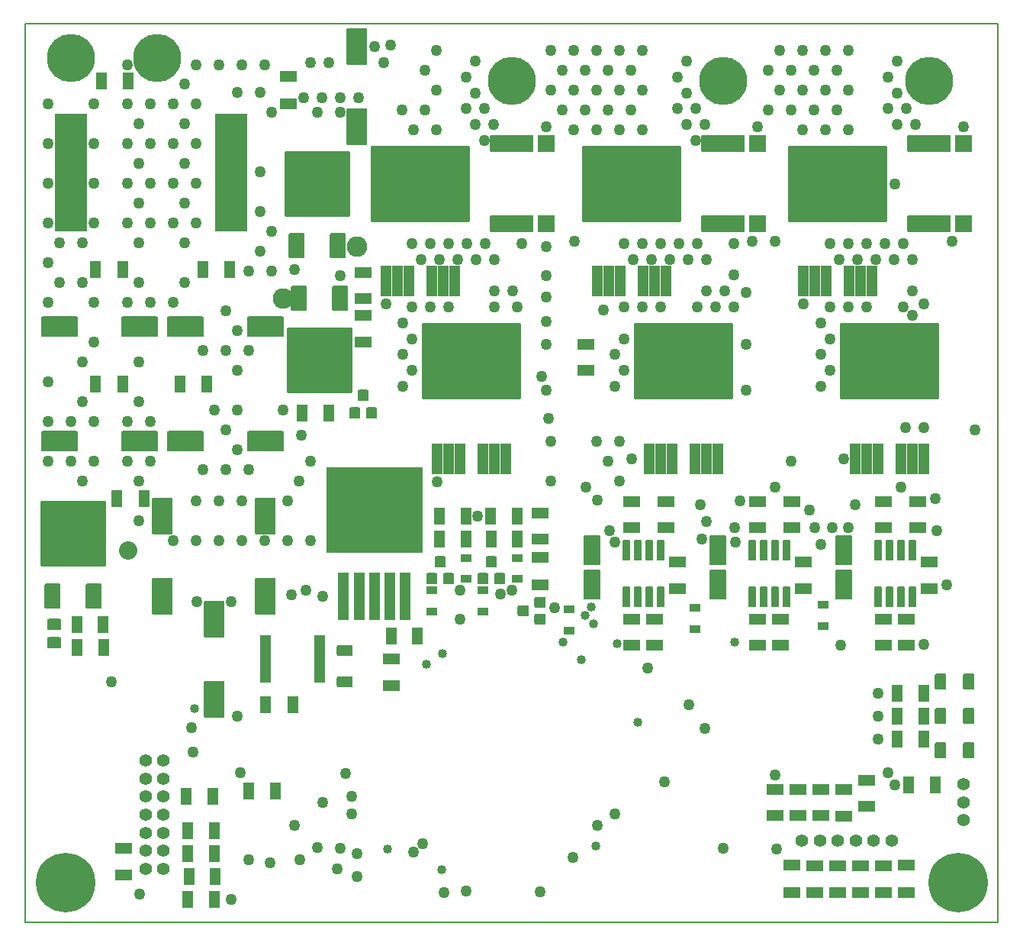
<source format=gbr>
G04 PROTEUS GERBER X2 FILE*
%TF.GenerationSoftware,Labcenter,Proteus,8.7-SP3-Build25561*%
%TF.CreationDate,2021-06-13T19:25:45+00:00*%
%TF.FileFunction,Soldermask,Top*%
%TF.FilePolarity,Negative*%
%TF.Part,Single*%
%TF.SameCoordinates,{9c7b3d0d-a21c-4509-bc3d-39c11cb24c33}*%
%FSLAX45Y45*%
%MOMM*%
G01*
%TA.AperFunction,Material*%
%ADD68C,2.286000*%
%ADD69C,1.270000*%
%ADD74C,1.016000*%
%ADD75C,2.032000*%
%ADD76C,6.604000*%
%AMPPAD067*
4,1,36,
-0.457200,1.727200,
0.457200,1.727200,
0.483170,1.724670,
0.507180,1.717400,
0.528780,1.705850,
0.547490,1.690490,
0.562850,1.671770,
0.574400,1.650180,
0.581670,1.626170,
0.584200,1.600200,
0.584200,-1.600200,
0.581670,-1.626170,
0.574400,-1.650180,
0.562850,-1.671770,
0.547490,-1.690490,
0.528780,-1.705850,
0.507180,-1.717400,
0.483170,-1.724670,
0.457200,-1.727200,
-0.457200,-1.727200,
-0.483170,-1.724670,
-0.507180,-1.717400,
-0.528780,-1.705850,
-0.547490,-1.690490,
-0.562850,-1.671770,
-0.574400,-1.650180,
-0.581670,-1.626170,
-0.584200,-1.600200,
-0.584200,1.600200,
-0.581670,1.626170,
-0.574400,1.650180,
-0.562850,1.671770,
-0.547490,1.690490,
-0.528780,1.705850,
-0.507180,1.717400,
-0.483170,1.724670,
-0.457200,1.727200,
0*%
%TA.AperFunction,Material*%
%ADD77PPAD067*%
%AMPPAD068*
4,1,36,
-5.397500,4.203700,
5.397500,4.203700,
5.423470,4.201170,
5.447480,4.193900,
5.469080,4.182350,
5.487790,4.166990,
5.503150,4.148270,
5.514700,4.126680,
5.521970,4.102670,
5.524500,4.076700,
5.524500,-4.076700,
5.521970,-4.102670,
5.514700,-4.126680,
5.503150,-4.148270,
5.487790,-4.166990,
5.469080,-4.182350,
5.447480,-4.193900,
5.423470,-4.201170,
5.397500,-4.203700,
-5.397500,-4.203700,
-5.423470,-4.201170,
-5.447480,-4.193900,
-5.469080,-4.182350,
-5.487790,-4.166990,
-5.503150,-4.148270,
-5.514700,-4.126680,
-5.521970,-4.102670,
-5.524500,-4.076700,
-5.524500,4.076700,
-5.521970,4.102670,
-5.514700,4.126680,
-5.503150,4.148270,
-5.487790,4.166990,
-5.469080,4.182350,
-5.447480,4.193900,
-5.423470,4.201170,
-5.397500,4.203700,
0*%
%ADD78PPAD068*%
%AMPPAD069*
4,1,36,
2.413000,0.825500,
2.413000,-0.825500,
2.410470,-0.851470,
2.403200,-0.875480,
2.391650,-0.897080,
2.376290,-0.915790,
2.357570,-0.931150,
2.335980,-0.942700,
2.311970,-0.949970,
2.286000,-0.952500,
-2.286000,-0.952500,
-2.311970,-0.949970,
-2.335980,-0.942700,
-2.357570,-0.931150,
-2.376290,-0.915790,
-2.391650,-0.897080,
-2.403200,-0.875480,
-2.410470,-0.851470,
-2.413000,-0.825500,
-2.413000,0.825500,
-2.410470,0.851470,
-2.403200,0.875480,
-2.391650,0.897080,
-2.376290,0.915790,
-2.357570,0.931150,
-2.335980,0.942700,
-2.311970,0.949970,
-2.286000,0.952500,
2.286000,0.952500,
2.311970,0.949970,
2.335980,0.942700,
2.357570,0.931150,
2.376290,0.915790,
2.391650,0.897080,
2.403200,0.875480,
2.410470,0.851470,
2.413000,0.825500,
0*%
%TA.AperFunction,Material*%
%ADD79PPAD069*%
%AMPPAD070*
4,1,36,
0.952500,0.825500,
0.952500,-0.825500,
0.949970,-0.851470,
0.942700,-0.875480,
0.931150,-0.897080,
0.915790,-0.915790,
0.897070,-0.931150,
0.875480,-0.942700,
0.851470,-0.949970,
0.825500,-0.952500,
-0.825500,-0.952500,
-0.851470,-0.949970,
-0.875480,-0.942700,
-0.897070,-0.931150,
-0.915790,-0.915790,
-0.931150,-0.897080,
-0.942700,-0.875480,
-0.949970,-0.851470,
-0.952500,-0.825500,
-0.952500,0.825500,
-0.949970,0.851470,
-0.942700,0.875480,
-0.931150,0.897080,
-0.915790,0.915790,
-0.897070,0.931150,
-0.875480,0.942700,
-0.851470,0.949970,
-0.825500,0.952500,
0.825500,0.952500,
0.851470,0.949970,
0.875480,0.942700,
0.897070,0.931150,
0.915790,0.915790,
0.931150,0.897080,
0.942700,0.875480,
0.949970,0.851470,
0.952500,0.825500,
0*%
%ADD80PPAD070*%
%TA.AperFunction,Material*%
%ADD81C,5.334000*%
%AMPPAD072*
4,1,36,
3.492500,-3.619500,
-3.492500,-3.619500,
-3.518470,-3.616970,
-3.542480,-3.609700,
-3.564080,-3.598150,
-3.582790,-3.582790,
-3.598150,-3.564070,
-3.609700,-3.542480,
-3.616970,-3.518470,
-3.619500,-3.492500,
-3.619500,3.492500,
-3.616970,3.518470,
-3.609700,3.542480,
-3.598150,3.564070,
-3.582790,3.582790,
-3.564080,3.598150,
-3.542480,3.609700,
-3.518470,3.616970,
-3.492500,3.619500,
3.492500,3.619500,
3.518470,3.616970,
3.542480,3.609700,
3.564080,3.598150,
3.582790,3.582790,
3.598150,3.564070,
3.609700,3.542480,
3.616970,3.518470,
3.619500,3.492500,
3.619500,-3.492500,
3.616970,-3.518470,
3.609700,-3.542480,
3.598150,-3.564070,
3.582790,-3.582790,
3.564080,-3.598150,
3.542480,-3.609700,
3.518470,-3.616970,
3.492500,-3.619500,
0*%
%TA.AperFunction,Material*%
%ADD82PPAD072*%
%AMPPAD073*
4,1,36,
0.762000,-1.397000,
-0.762000,-1.397000,
-0.787970,-1.394470,
-0.811980,-1.387200,
-0.833580,-1.375650,
-0.852290,-1.360290,
-0.867650,-1.341570,
-0.879200,-1.319980,
-0.886470,-1.295970,
-0.889000,-1.270000,
-0.889000,1.270000,
-0.886470,1.295970,
-0.879200,1.319980,
-0.867650,1.341570,
-0.852290,1.360290,
-0.833580,1.375650,
-0.811980,1.387200,
-0.787970,1.394470,
-0.762000,1.397000,
0.762000,1.397000,
0.787970,1.394470,
0.811980,1.387200,
0.833580,1.375650,
0.852290,1.360290,
0.867650,1.341570,
0.879200,1.319980,
0.886470,1.295970,
0.889000,1.270000,
0.889000,-1.270000,
0.886470,-1.295970,
0.879200,-1.319980,
0.867650,-1.341570,
0.852290,-1.360290,
0.833580,-1.375650,
0.811980,-1.387200,
0.787970,-1.394470,
0.762000,-1.397000,
0*%
%ADD83PPAD073*%
%AMPPAD074*
4,1,36,
-2.032000,-1.016000,
-2.032000,1.016000,
-2.029470,1.041970,
-2.022200,1.065980,
-2.010650,1.087580,
-1.995290,1.106290,
-1.976570,1.121650,
-1.954980,1.133200,
-1.930970,1.140470,
-1.905000,1.143000,
1.905000,1.143000,
1.930970,1.140470,
1.954980,1.133200,
1.976570,1.121650,
1.995290,1.106290,
2.010650,1.087580,
2.022200,1.065980,
2.029470,1.041970,
2.032000,1.016000,
2.032000,-1.016000,
2.029470,-1.041970,
2.022200,-1.065980,
2.010650,-1.087580,
1.995290,-1.106290,
1.976570,-1.121650,
1.954980,-1.133200,
1.930970,-1.140470,
1.905000,-1.143000,
-1.905000,-1.143000,
-1.930970,-1.140470,
-1.954980,-1.133200,
-1.976570,-1.121650,
-1.995290,-1.106290,
-2.010650,-1.087580,
-2.022200,-1.065980,
-2.029470,-1.041970,
-2.032000,-1.016000,
0*%
%TA.AperFunction,Material*%
%ADD84PPAD074*%
%AMPPAD075*
4,1,36,
-0.762000,-0.508000,
-0.762000,0.508000,
-0.759470,0.533970,
-0.752200,0.557980,
-0.740650,0.579580,
-0.725290,0.598290,
-0.706570,0.613650,
-0.684980,0.625200,
-0.660970,0.632470,
-0.635000,0.635000,
0.635000,0.635000,
0.660970,0.632470,
0.684980,0.625200,
0.706570,0.613650,
0.725290,0.598290,
0.740650,0.579580,
0.752200,0.557980,
0.759470,0.533970,
0.762000,0.508000,
0.762000,-0.508000,
0.759470,-0.533970,
0.752200,-0.557980,
0.740650,-0.579580,
0.725290,-0.598290,
0.706570,-0.613650,
0.684980,-0.625200,
0.660970,-0.632470,
0.635000,-0.635000,
-0.635000,-0.635000,
-0.660970,-0.632470,
-0.684980,-0.625200,
-0.706570,-0.613650,
-0.725290,-0.598290,
-0.740650,-0.579580,
-0.752200,-0.557980,
-0.759470,-0.533970,
-0.762000,-0.508000,
0*%
%ADD85PPAD075*%
%AMPPAD076*
4,1,4,
-0.571500,0.901700,
0.571500,0.901700,
0.571500,-0.901700,
-0.571500,-0.901700,
-0.571500,0.901700,
0*%
%ADD86PPAD076*%
%AMPPAD077*
4,1,36,
1.016000,-2.032000,
-1.016000,-2.032000,
-1.041970,-2.029470,
-1.065980,-2.022200,
-1.087580,-2.010650,
-1.106290,-1.995290,
-1.121650,-1.976570,
-1.133200,-1.954980,
-1.140470,-1.930970,
-1.143000,-1.905000,
-1.143000,1.905000,
-1.140470,1.930970,
-1.133200,1.954980,
-1.121650,1.976570,
-1.106290,1.995290,
-1.087580,2.010650,
-1.065980,2.022200,
-1.041970,2.029470,
-1.016000,2.032000,
1.016000,2.032000,
1.041970,2.029470,
1.065980,2.022200,
1.087580,2.010650,
1.106290,1.995290,
1.121650,1.976570,
1.133200,1.954980,
1.140470,1.930970,
1.143000,1.905000,
1.143000,-1.905000,
1.140470,-1.930970,
1.133200,-1.954980,
1.121650,-1.976570,
1.106290,-1.995290,
1.087580,-2.010650,
1.065980,-2.022200,
1.041970,-2.029470,
1.016000,-2.032000,
0*%
%ADD87PPAD077*%
%AMPPAD078*
4,1,4,
-0.571500,2.603500,
0.571500,2.603500,
0.571500,-2.603500,
-0.571500,-2.603500,
-0.571500,2.603500,
0*%
%TA.AperFunction,Material*%
%ADD88PPAD078*%
%AMPPAD079*
4,1,4,
-5.372100,-4.775200,
-5.372100,4.775200,
5.372100,4.775200,
5.372100,-4.775200,
-5.372100,-4.775200,
0*%
%ADD89PPAD079*%
%AMPPAD080*
4,1,4,
0.596900,-2.654300,
-0.596900,-2.654300,
-0.596900,2.654300,
0.596900,2.654300,
0.596900,-2.654300,
0*%
%TA.AperFunction,Material*%
%ADD90PPAD080*%
%AMPPAD081*
4,1,36,
-0.889000,-0.444500,
-0.889000,0.444500,
-0.886470,0.470470,
-0.879200,0.494480,
-0.867650,0.516080,
-0.852290,0.534790,
-0.833570,0.550150,
-0.811980,0.561700,
-0.787970,0.568970,
-0.762000,0.571500,
0.762000,0.571500,
0.787970,0.568970,
0.811980,0.561700,
0.833570,0.550150,
0.852290,0.534790,
0.867650,0.516080,
0.879200,0.494480,
0.886470,0.470470,
0.889000,0.444500,
0.889000,-0.444500,
0.886470,-0.470470,
0.879200,-0.494480,
0.867650,-0.516080,
0.852290,-0.534790,
0.833570,-0.550150,
0.811980,-0.561700,
0.787970,-0.568970,
0.762000,-0.571500,
-0.762000,-0.571500,
-0.787970,-0.568970,
-0.811980,-0.561700,
-0.833570,-0.550150,
-0.852290,-0.534790,
-0.867650,-0.516080,
-0.879200,-0.494480,
-0.886470,-0.470470,
-0.889000,-0.444500,
0*%
%ADD91PPAD081*%
%AMPPAD082*
4,1,4,
0.901700,0.571500,
0.901700,-0.571500,
-0.901700,-0.571500,
-0.901700,0.571500,
0.901700,0.571500,
0*%
%ADD92PPAD082*%
%AMPPAD083*
4,1,4,
-1.778000,-6.502400,
-1.778000,6.502400,
1.778000,6.502400,
1.778000,-6.502400,
-1.778000,-6.502400,
0*%
%ADD93PPAD083*%
%AMPPAD084*
4,1,36,
0.444500,-0.635000,
-0.444500,-0.635000,
-0.470470,-0.632470,
-0.494480,-0.625200,
-0.516080,-0.613650,
-0.534790,-0.598290,
-0.550150,-0.579570,
-0.561700,-0.557980,
-0.568970,-0.533970,
-0.571500,-0.508000,
-0.571500,0.508000,
-0.568970,0.533970,
-0.561700,0.557980,
-0.550150,0.579570,
-0.534790,0.598290,
-0.516080,0.613650,
-0.494480,0.625200,
-0.470470,0.632470,
-0.444500,0.635000,
0.444500,0.635000,
0.470470,0.632470,
0.494480,0.625200,
0.516080,0.613650,
0.534790,0.598290,
0.550150,0.579570,
0.561700,0.557980,
0.568970,0.533970,
0.571500,0.508000,
0.571500,-0.508000,
0.568970,-0.533970,
0.561700,-0.557980,
0.550150,-0.579570,
0.534790,-0.598290,
0.516080,-0.613650,
0.494480,-0.625200,
0.470470,-0.632470,
0.444500,-0.635000,
0*%
%TA.AperFunction,Material*%
%ADD94PPAD084*%
%AMPPAD085*
4,1,36,
0.317500,-1.143000,
-0.317500,-1.143000,
-0.343470,-1.140470,
-0.367480,-1.133200,
-0.389080,-1.121650,
-0.407790,-1.106290,
-0.423150,-1.087570,
-0.434700,-1.065980,
-0.441970,-1.041970,
-0.444500,-1.016000,
-0.444500,1.016000,
-0.441970,1.041970,
-0.434700,1.065980,
-0.423150,1.087570,
-0.407790,1.106290,
-0.389080,1.121650,
-0.367480,1.133200,
-0.343470,1.140470,
-0.317500,1.143000,
0.317500,1.143000,
0.343470,1.140470,
0.367480,1.133200,
0.389080,1.121650,
0.407790,1.106290,
0.423150,1.087570,
0.434700,1.065980,
0.441970,1.041970,
0.444500,1.016000,
0.444500,-1.016000,
0.441970,-1.041970,
0.434700,-1.065980,
0.423150,-1.087570,
0.407790,-1.106290,
0.389080,-1.121650,
0.367480,-1.133200,
0.343470,-1.140470,
0.317500,-1.143000,
0*%
%TA.AperFunction,Material*%
%ADD95PPAD085*%
%AMPPAD086*
4,1,36,
-0.825500,1.651000,
0.825500,1.651000,
0.851470,1.648470,
0.875480,1.641200,
0.897080,1.629650,
0.915790,1.614290,
0.931150,1.595570,
0.942700,1.573980,
0.949970,1.549970,
0.952500,1.524000,
0.952500,-1.524000,
0.949970,-1.549970,
0.942700,-1.573980,
0.931150,-1.595570,
0.915790,-1.614290,
0.897080,-1.629650,
0.875480,-1.641200,
0.851470,-1.648470,
0.825500,-1.651000,
-0.825500,-1.651000,
-0.851470,-1.648470,
-0.875480,-1.641200,
-0.897080,-1.629650,
-0.915790,-1.614290,
-0.931150,-1.595570,
-0.942700,-1.573980,
-0.949970,-1.549970,
-0.952500,-1.524000,
-0.952500,1.524000,
-0.949970,1.549970,
-0.942700,1.573980,
-0.931150,1.595570,
-0.915790,1.614290,
-0.897080,1.629650,
-0.875480,1.641200,
-0.851470,1.648470,
-0.825500,1.651000,
0*%
%TA.AperFunction,Material*%
%ADD96PPAD086*%
%AMPPAD087*
4,1,36,
0.571500,0.317500,
0.571500,-0.317500,
0.568970,-0.343470,
0.561700,-0.367480,
0.550150,-0.389080,
0.534790,-0.407790,
0.516070,-0.423150,
0.494480,-0.434700,
0.470470,-0.441970,
0.444500,-0.444500,
-0.444500,-0.444500,
-0.470470,-0.441970,
-0.494480,-0.434700,
-0.516070,-0.423150,
-0.534790,-0.407790,
-0.550150,-0.389080,
-0.561700,-0.367480,
-0.568970,-0.343470,
-0.571500,-0.317500,
-0.571500,0.317500,
-0.568970,0.343470,
-0.561700,0.367480,
-0.550150,0.389080,
-0.534790,0.407790,
-0.516070,0.423150,
-0.494480,0.434700,
-0.470470,0.441970,
-0.444500,0.444500,
0.444500,0.444500,
0.470470,0.441970,
0.494480,0.434700,
0.516070,0.423150,
0.534790,0.407790,
0.550150,0.389080,
0.561700,0.367480,
0.568970,0.343470,
0.571500,0.317500,
0*%
%ADD97PPAD087*%
%AMPPAD088*
4,1,36,
0.635000,0.444500,
0.635000,-0.444500,
0.632470,-0.470470,
0.625200,-0.494480,
0.613650,-0.516080,
0.598290,-0.534790,
0.579570,-0.550150,
0.557980,-0.561700,
0.533970,-0.568970,
0.508000,-0.571500,
-0.508000,-0.571500,
-0.533970,-0.568970,
-0.557980,-0.561700,
-0.579570,-0.550150,
-0.598290,-0.534790,
-0.613650,-0.516080,
-0.625200,-0.494480,
-0.632470,-0.470470,
-0.635000,-0.444500,
-0.635000,0.444500,
-0.632470,0.470470,
-0.625200,0.494480,
-0.613650,0.516080,
-0.598290,0.534790,
-0.579570,0.550150,
-0.557980,0.561700,
-0.533970,0.568970,
-0.508000,0.571500,
0.508000,0.571500,
0.533970,0.568970,
0.557980,0.561700,
0.579570,0.550150,
0.598290,0.534790,
0.613650,0.516080,
0.625200,0.494480,
0.632470,0.470470,
0.635000,0.444500,
0*%
%TA.AperFunction,Material*%
%ADD98PPAD088*%
%TA.AperFunction,Material*%
%ADD99C,1.397000*%
%AMPPAD090*
4,1,36,
-0.508000,0.889000,
0.508000,0.889000,
0.533970,0.886470,
0.557980,0.879200,
0.579580,0.867650,
0.598290,0.852290,
0.613650,0.833570,
0.625200,0.811980,
0.632470,0.787970,
0.635000,0.762000,
0.635000,-0.762000,
0.632470,-0.787970,
0.625200,-0.811980,
0.613650,-0.833570,
0.598290,-0.852290,
0.579580,-0.867650,
0.557980,-0.879200,
0.533970,-0.886470,
0.508000,-0.889000,
-0.508000,-0.889000,
-0.533970,-0.886470,
-0.557980,-0.879200,
-0.579580,-0.867650,
-0.598290,-0.852290,
-0.613650,-0.833570,
-0.625200,-0.811980,
-0.632470,-0.787970,
-0.635000,-0.762000,
-0.635000,0.762000,
-0.632470,0.787970,
-0.625200,0.811980,
-0.613650,0.833570,
-0.598290,0.852290,
-0.579580,0.867650,
-0.557980,0.879200,
-0.533970,0.886470,
-0.508000,0.889000,
0*%
%TA.AperFunction,Material*%
%ADD100PPAD090*%
%TA.AperFunction,Profile*%
%ADD46C,0.203200*%
%TD.AperFunction*%
D68*
X+1778000Y-698500D03*
X+2603500Y-127000D03*
D69*
X+3225800Y+1174750D03*
X+3479800Y+1174750D03*
X+5257800Y+1174750D03*
X+5511800Y+1174750D03*
X+5765800Y+1174750D03*
X+7543800Y+1174750D03*
X+7797800Y+1174750D03*
X+8051800Y+1174750D03*
X+3098800Y+1394720D03*
X+3352800Y+1394720D03*
X+4876800Y+1394720D03*
X+5130800Y+1394720D03*
X+5384800Y+1394720D03*
X+5638800Y+1394720D03*
X+7162800Y+1394720D03*
X+7416800Y+1394720D03*
X+7670800Y+1394720D03*
X+7924800Y+1394720D03*
X+3479800Y+1614690D03*
X+4749800Y+1614690D03*
X+5003800Y+1614690D03*
X+5257800Y+1614690D03*
X+5511800Y+1614690D03*
X+5765800Y+1614690D03*
X+7289800Y+1614690D03*
X+7543800Y+1614690D03*
X+7797800Y+1614690D03*
X+8051800Y+1614690D03*
X+3352800Y+1834660D03*
X+4876800Y+1834660D03*
X+5130800Y+1834660D03*
X+5384800Y+1834660D03*
X+5638800Y+1834660D03*
X+7162800Y+1834660D03*
X+7416800Y+1834660D03*
X+7670800Y+1834660D03*
X+7924800Y+1834660D03*
X+3479800Y+2054630D03*
X+4749800Y+2054630D03*
X+5003800Y+2054630D03*
X+5257800Y+2054630D03*
X+5511800Y+2054630D03*
X+5765800Y+2054630D03*
X+7289800Y+2054630D03*
X+7543800Y+2054630D03*
X+7797800Y+2054630D03*
X+8051800Y+2054630D03*
X+5461000Y-1673630D03*
X+5562600Y-1497654D03*
X+5461000Y-1321678D03*
X+5562600Y-1145702D03*
X+5562600Y-793750D03*
X+5765800Y-793750D03*
X+5969000Y-793750D03*
X+6375400Y-793750D03*
X+6578600Y-793750D03*
X+6781800Y-793750D03*
X+6477000Y-617774D03*
X+6680200Y-617774D03*
X+6781800Y-441798D03*
X+5664200Y-265822D03*
X+5867400Y-265822D03*
X+6070600Y-265822D03*
X+6273800Y-265822D03*
X+6477000Y-265822D03*
X+5562600Y-89846D03*
X+5765800Y-89846D03*
X+5969000Y-89846D03*
X+6172200Y-89846D03*
X+6375400Y-89846D03*
X+6781800Y-89846D03*
X+7747000Y-1673630D03*
X+7848600Y-1497654D03*
X+7747000Y-1321678D03*
X+7848600Y-1145702D03*
X+7747000Y-969726D03*
X+7848600Y-793750D03*
X+8051800Y-793750D03*
X+8255000Y-793750D03*
X+8661400Y-793750D03*
X+8763000Y-617774D03*
X+7950200Y-265822D03*
X+8153400Y-265822D03*
X+8356600Y-265822D03*
X+8559800Y-265822D03*
X+8763000Y-265822D03*
X+7848600Y-89846D03*
X+8051800Y-89846D03*
X+8255000Y-89846D03*
X+8458200Y-89846D03*
X+8661400Y-89846D03*
X+3213100Y-1497654D03*
X+3111500Y-1321678D03*
X+3213100Y-1145702D03*
X+3111500Y-969726D03*
X+3213100Y-793750D03*
X+3416300Y-793750D03*
X+3619500Y-793750D03*
X+4127500Y-617774D03*
X+4330700Y-617774D03*
X+3314700Y-265822D03*
X+3517900Y-265822D03*
X+3721100Y-265822D03*
X+3924300Y-265822D03*
X+4127500Y-265822D03*
X+3213100Y-89846D03*
X+3416300Y-89846D03*
X+3619500Y-89846D03*
X+3822700Y-89846D03*
X+4025900Y-89846D03*
X+4432300Y-89846D03*
X+4013200Y+1052310D03*
X+3911600Y+1228286D03*
X+4114800Y+1228286D03*
X+3810000Y+1404262D03*
X+4013200Y+1404262D03*
X+3911600Y+1580238D03*
X+3810000Y+1756214D03*
X+3911600Y+1932190D03*
X+8597900Y+1228286D03*
X+8801100Y+1228286D03*
X+8496300Y+1404262D03*
X+8699500Y+1404262D03*
X+8597900Y+1580238D03*
X+8496300Y+1756214D03*
X+8597900Y+1932190D03*
X+6363969Y+1052310D03*
X+6262369Y+1228286D03*
X+6465569Y+1228286D03*
X+6160769Y+1404262D03*
X+6363969Y+1404262D03*
X+6262369Y+1580238D03*
X+6160769Y+1756214D03*
X+6262369Y+1932190D03*
X+8686800Y-2130796D03*
X+8890000Y-2130796D03*
X+2082800Y+1916652D03*
X+2286000Y+1916652D03*
X+2895600Y+1916652D03*
X+2794000Y+2092628D03*
X+2006600Y+1525797D03*
X+2209800Y+1525797D03*
X+2413000Y+1525797D03*
X+2616200Y+1525797D03*
X+3492500Y-2730500D03*
X+4699000Y-1714500D03*
X+4729970Y-2032000D03*
X+2921000Y-762000D03*
X+4699000Y-444500D03*
X+5016500Y-63500D03*
X+8572500Y+571500D03*
X+8763000Y-889000D03*
X+8001000Y-2476500D03*
X+8636000Y-2794000D03*
X+9017000Y-2921000D03*
X+9461500Y-2159000D03*
X+8128000Y-2984500D03*
X+6921500Y-1206500D03*
X+7239000Y-63500D03*
X+5651500Y-2476500D03*
X+6921500Y-1714500D03*
X+6921500Y-635000D03*
X+8890000Y-762000D03*
X+6413500Y-2984500D03*
X+5269832Y-2934010D03*
X+5143500Y-2794000D03*
X+4699000Y-952500D03*
X+7620000Y-3048000D03*
X+7239000Y-2794000D03*
X+6852642Y-2947088D03*
X+5405123Y-3273402D03*
X+9035789Y-3275673D03*
X+9334500Y+1206500D03*
X+8056544Y-3238229D03*
X+9207500Y-63500D03*
X+6794500Y-3238500D03*
X+6985000Y-63500D03*
X+7747000Y-3429000D03*
X+6428649Y-3363510D03*
X+9144000Y-3873500D03*
X+5462196Y-3402691D03*
X+6804544Y-3400300D03*
X+7874000Y-3238500D03*
X+7048500Y+1206500D03*
X+7683500Y-3238500D03*
X+4699000Y+1206500D03*
X+6477000Y-3175000D03*
X+4749800Y-2724715D03*
X+5511800Y-2724715D03*
X+5384800Y-2504745D03*
X+7416800Y-2504745D03*
X+4749800Y-2284775D03*
X+5257800Y-2284775D03*
X+5511800Y-2284775D03*
X+2971800Y+2114625D03*
X+3111500Y-1673630D03*
X+4127500Y-793750D03*
X+4381500Y-793750D03*
X+7556500Y-762000D03*
X+5334000Y-825500D03*
X+2413000Y-444500D03*
X+1905000Y-381000D03*
X+5003800Y+1174750D03*
X+4699000Y-127000D03*
D74*
X+4889500Y-4508500D03*
X+5715000Y-5397500D03*
X+5250653Y-6773442D03*
X+3369407Y-4759836D03*
X+2476500Y-5969000D03*
X+5201336Y-4122418D03*
X+5137322Y-4216749D03*
X+5223704Y-4304672D03*
X+3543214Y-7032789D03*
X+2939996Y-6806802D03*
X+798339Y-5243339D03*
X+6794500Y-4508500D03*
X+5090277Y-4706542D03*
D69*
X-127000Y-4953000D03*
X+825500Y-4064000D03*
X+1206500Y-4064000D03*
D75*
X+63500Y-3492500D03*
D69*
X+190500Y-7302500D03*
X+1206500Y-7366000D03*
X+4190486Y-3977762D03*
X+4318000Y-3937000D03*
X+3746500Y-3937000D03*
X+3746500Y-4254500D03*
X+4797500Y-4128388D03*
X+3937000Y-3111500D03*
X+4699000Y-1206500D03*
X+4703525Y-680491D03*
X+3330252Y-6746398D03*
X+2540000Y-6223000D03*
X+7256104Y-6804454D03*
X+6667500Y-6794500D03*
X+6466771Y-5469186D03*
X+6286500Y-5207000D03*
X+6012307Y-6058609D03*
X+8382000Y-5080000D03*
X+8382000Y-5334000D03*
X+8382000Y-5588000D03*
X+8893984Y-4535770D03*
X+8493457Y-5954134D03*
X+8572500Y-6096000D03*
X+1270000Y-5334000D03*
X+762000Y-5461000D03*
X+777745Y-5731541D03*
X+2476596Y-5969000D03*
X+2540000Y-6413500D03*
X+1905000Y-6540500D03*
X+2162800Y-6787849D03*
X+1968500Y-6921500D03*
X+2413000Y-6794500D03*
X+2603500Y-6858000D03*
X+2382291Y-7028649D03*
X+2603500Y-7112000D03*
X+1638554Y-6958147D03*
X+1397000Y-6921500D03*
X+5270500Y-6540500D03*
X+5461000Y-6413500D03*
X+5000592Y-6897140D03*
X+4631295Y-7275534D03*
X+3570663Y-7287838D03*
X+3812572Y-7269848D03*
X+1308146Y-5957820D03*
X+5826579Y-4795895D03*
X+7969250Y-4540250D03*
X+1870921Y-3983646D03*
X+2222500Y-4000500D03*
X+2222500Y-6286500D03*
X+1985701Y-2218041D03*
X+2032000Y-3937000D03*
X+4651441Y-1565288D03*
D74*
X+5488720Y-4530670D03*
D69*
X+3226757Y-6836751D03*
X+7244914Y-5984685D03*
D74*
X+3551706Y-4639794D03*
D69*
X+558800Y-3384625D03*
X+812800Y-3384625D03*
X+1066800Y-3384625D03*
X+1320800Y-3384625D03*
X+1574800Y-3384625D03*
X+1828800Y-3384625D03*
X+2082800Y-3384625D03*
X+177800Y-3164655D03*
X+812800Y-2944685D03*
X+1066800Y-2944685D03*
X+1320800Y-2944685D03*
X+1828800Y-2944685D03*
X+177800Y-2724715D03*
X+1955800Y-2724715D03*
X+50800Y-2504745D03*
X+304800Y-2504745D03*
X+2082800Y-2504745D03*
X+50800Y-2064805D03*
X+304800Y-2064805D03*
X+177800Y-1844835D03*
X+177800Y-1404895D03*
X+50800Y-744985D03*
X+304800Y-744985D03*
X+558800Y-744985D03*
X+177800Y-525015D03*
X+685800Y-525015D03*
X+177800Y-85075D03*
X+685800Y-85075D03*
X+50800Y+134895D03*
X+304800Y+134895D03*
X+558800Y+134895D03*
X+812800Y+134895D03*
X+177800Y+354865D03*
X+685800Y+354865D03*
X+50800Y+574835D03*
X+304800Y+574835D03*
X+558800Y+574835D03*
X+812800Y+574835D03*
X+177800Y+794805D03*
X+685800Y+794805D03*
X+50800Y+1014775D03*
X+304800Y+1014775D03*
X+558800Y+1014775D03*
X+812800Y+1014775D03*
X+177800Y+1234745D03*
X+685800Y+1234745D03*
X+50800Y+1454715D03*
X+304800Y+1454715D03*
X+558800Y+1454715D03*
X+812800Y+1454715D03*
X+685800Y+1674685D03*
X+50800Y+1894655D03*
X+812800Y+1894655D03*
X+1066800Y+1894655D03*
X+1320800Y+1894655D03*
X+1574800Y+1894655D03*
X+889000Y-2597715D03*
X+1143000Y-2597715D03*
X+1397000Y-2597715D03*
X+1270000Y-2377745D03*
X+1143000Y-2157775D03*
X+1016000Y-1937805D03*
X+1270000Y-1937805D03*
X+1778000Y-1937805D03*
X+1270000Y-1497865D03*
X+889000Y-1277895D03*
X+1143000Y-1277895D03*
X+1397000Y-1277895D03*
X+1270000Y-1057925D03*
X+1143000Y-837955D03*
X+1397000Y-398015D03*
X+1651000Y-398015D03*
X+1524000Y-178045D03*
X+1651000Y+41925D03*
X+1524000Y+261895D03*
X+1524000Y+701835D03*
X+1651000Y+1361745D03*
X+2159000Y+1361745D03*
X+2413000Y+1361745D03*
X+1270000Y+1581715D03*
X+1524000Y+1581715D03*
X-444500Y-2724715D03*
X-825500Y-2504745D03*
X-571500Y-2504745D03*
X-317500Y-2504745D03*
X-825500Y-2064805D03*
X-571500Y-2064805D03*
X-317500Y-2064805D03*
X-444500Y-1844835D03*
X-825500Y-1624865D03*
X-444500Y-1404895D03*
X-317500Y-1184925D03*
X-825500Y-744985D03*
X-317500Y-744985D03*
X-698500Y-525015D03*
X-444500Y-525015D03*
X-825500Y-305045D03*
X-698500Y-85075D03*
X-444500Y-85075D03*
X-825500Y+134895D03*
X-317500Y+134895D03*
X-825500Y+574835D03*
X-317500Y+574835D03*
X-825500Y+1014775D03*
X-317500Y+1014775D03*
X-825500Y+1454715D03*
X-317500Y+1454715D03*
D76*
X-635000Y-7175500D03*
X+9271000Y-7175500D03*
D77*
X+3492500Y-2476500D03*
X+3619500Y-2476500D03*
X+3746500Y-2476500D03*
X+4000500Y-2476500D03*
X+4127500Y-2476500D03*
X+4254500Y-2476500D03*
D78*
X+3873500Y-1397000D03*
D77*
X+5270500Y-508000D03*
X+5397500Y-508000D03*
X+5524500Y-508000D03*
X+5778500Y-508000D03*
X+5905500Y-508000D03*
X+6032500Y-508000D03*
D78*
X+5651500Y+571500D03*
D77*
X+5842000Y-2476500D03*
X+5969000Y-2476500D03*
X+6096000Y-2476500D03*
X+6350000Y-2476500D03*
X+6477000Y-2476500D03*
X+6604000Y-2476500D03*
D78*
X+6223000Y-1397000D03*
D77*
X+7556500Y-508000D03*
X+7683500Y-508000D03*
X+7810500Y-508000D03*
X+8064500Y-508000D03*
X+8191500Y-508000D03*
X+8318500Y-508000D03*
D78*
X+7937500Y+571500D03*
D77*
X+8128000Y-2476500D03*
X+8255000Y-2476500D03*
X+8382000Y-2476500D03*
X+8636000Y-2476500D03*
X+8763000Y-2476500D03*
X+8890000Y-2476500D03*
D78*
X+8509000Y-1397000D03*
D77*
X+2921000Y-508000D03*
X+3048000Y-508000D03*
X+3175000Y-508000D03*
X+3429000Y-508000D03*
X+3556000Y-508000D03*
X+3683000Y-508000D03*
D78*
X+3302000Y+571500D03*
D79*
X+6667500Y+1016000D03*
X+6667500Y+127000D03*
D80*
X+7048500Y+127000D03*
X+7048500Y+1016000D03*
D79*
X+8953500Y+1016000D03*
X+8953500Y+127000D03*
D80*
X+9334500Y+127000D03*
X+9334500Y+1016000D03*
D79*
X+4318000Y+1016000D03*
X+4318000Y+127000D03*
D80*
X+4699000Y+127000D03*
X+4699000Y+1016000D03*
D81*
X+4318000Y+1714500D03*
X+6667500Y+1714500D03*
X+8953500Y+1714500D03*
D82*
X+2184400Y-1389380D03*
D83*
X+2413000Y-698500D03*
X+1955800Y-698500D03*
D82*
X+2159000Y+571500D03*
D83*
X+1930400Y-119380D03*
X+2387600Y-119380D03*
D84*
X+190500Y-2286000D03*
X-698500Y-2286000D03*
X+190500Y-1016000D03*
X-698500Y-1016000D03*
D82*
X-546100Y-3309620D03*
D83*
X-774700Y-4000500D03*
X-317500Y-4000500D03*
D85*
X-762000Y-4518000D03*
X-762000Y-4318000D03*
D86*
X-508000Y-4318000D03*
X-218000Y-4318000D03*
D87*
X+444500Y-3111500D03*
X+444500Y-4000500D03*
D88*
X+2453640Y-4000500D03*
X+2623820Y-4000500D03*
X+2794000Y-4000500D03*
X+2964180Y-4000500D03*
X+3134360Y-4000500D03*
D89*
X+2794000Y-3048000D03*
D90*
X+2187500Y-4699000D03*
X+1587500Y-4699000D03*
D91*
X+2469837Y-4946337D03*
X+2469837Y-4606337D03*
D87*
X+1587500Y-3111500D03*
X+1587500Y-4000500D03*
D86*
X-508000Y-4572000D03*
X-208000Y-4572000D03*
D92*
X+2984500Y-4699000D03*
X+2984500Y-4989000D03*
D86*
X+3274500Y-4445000D03*
X+2984500Y-4445000D03*
D93*
X-571500Y+698500D03*
X+1206500Y+698500D03*
D86*
X+0Y-381000D03*
X-300000Y-381000D03*
X+63500Y+1714500D03*
X-236500Y+1714500D03*
X+0Y-1651000D03*
X-300000Y-1651000D03*
D87*
X+2603500Y+2095500D03*
X+2603500Y+1206500D03*
D84*
X+698500Y-1016000D03*
X+1587500Y-1016000D03*
X+698500Y-2286000D03*
X+1587500Y-2286000D03*
D92*
X+1841500Y+1760500D03*
X+1841500Y+1460500D03*
D86*
X+889000Y-381000D03*
X+1189000Y-381000D03*
X+635000Y-1651000D03*
X+935000Y-1651000D03*
D81*
X+381000Y+1968500D03*
X-571500Y+1968500D03*
D92*
X+2667000Y-698500D03*
X+2667000Y-408500D03*
D86*
X+2286000Y-1968500D03*
X+1996000Y-1968500D03*
D92*
X+2667000Y-1179000D03*
X+2667000Y-889000D03*
D94*
X+2667000Y-1778000D03*
X+2573020Y-1968500D03*
X+2760980Y-1968500D03*
D86*
X+1887500Y-5207000D03*
X+1587500Y-5207000D03*
D92*
X+6032500Y-2948500D03*
X+6032500Y-3238500D03*
X+5651500Y-2948500D03*
X+5651500Y-3238500D03*
D95*
X+5588000Y-4013200D03*
X+5715000Y-4013200D03*
X+5842000Y-4013200D03*
X+5969000Y-4013200D03*
X+5969000Y-3492500D03*
X+5842000Y-3492500D03*
X+5715000Y-3492500D03*
X+5588000Y-3492500D03*
X+6985000Y-4013200D03*
X+7112000Y-4013200D03*
X+7239000Y-4013200D03*
X+7366000Y-4013200D03*
X+7366000Y-3492500D03*
X+7239000Y-3492500D03*
X+7112000Y-3492500D03*
X+6985000Y-3492500D03*
X+8382000Y-4013200D03*
X+8509000Y-4013200D03*
X+8636000Y-4013200D03*
X+8763000Y-4013200D03*
X+8763000Y-3492500D03*
X+8636000Y-3492500D03*
X+8509000Y-3492500D03*
X+8382000Y-3492500D03*
D92*
X+7048500Y-2948500D03*
X+7048500Y-3238500D03*
D96*
X+5207000Y-3492500D03*
X+5207000Y-3873500D03*
X+6604000Y-3492500D03*
X+6604000Y-3873500D03*
X+8001000Y-3492500D03*
X+8001000Y-3873500D03*
D97*
X+4953000Y-4381500D03*
X+4953000Y-4146550D03*
X+6350000Y-4362450D03*
X+6350000Y-4127500D03*
X+7778750Y-4330700D03*
X+7778750Y-4095750D03*
D92*
X+6159500Y-3619500D03*
X+6159500Y-3919500D03*
X+7556500Y-3619500D03*
X+7556500Y-3919500D03*
X+8953500Y-3619500D03*
X+8953500Y-3919500D03*
X+7429500Y-2948500D03*
X+7429500Y-3238500D03*
X+8445500Y-2948500D03*
X+8445500Y-3238500D03*
X+8826500Y-2948500D03*
X+8826500Y-3238500D03*
X+8445500Y-4254500D03*
X+8445500Y-4544500D03*
X+8699500Y-4254500D03*
X+8699500Y-4544500D03*
X+7048500Y-4254500D03*
X+7048500Y-4544500D03*
X+7302500Y-4254500D03*
X+7302500Y-4544500D03*
X+5651500Y-4254500D03*
X+5651500Y-4544500D03*
X+5905500Y-4254500D03*
X+5905500Y-4544500D03*
D94*
X+3522980Y-3619500D03*
X+3429000Y-3810000D03*
X+3616960Y-3810000D03*
X+4094480Y-3619500D03*
X+4000500Y-3810000D03*
X+4188460Y-3810000D03*
D98*
X+4445000Y-4160520D03*
X+4635500Y-4254500D03*
X+4635500Y-4066540D03*
D97*
X+3810000Y-3575050D03*
X+3810000Y-3810000D03*
X+3429000Y-3937000D03*
X+3429000Y-4171950D03*
X+4381500Y-3575050D03*
X+4381500Y-3810000D03*
X+4000500Y-3937000D03*
X+4000500Y-4171950D03*
D86*
X+3520000Y-3365500D03*
X+3810000Y-3365500D03*
X+3520000Y-3111500D03*
X+3810000Y-3111500D03*
X+4381500Y-3365500D03*
X+4091500Y-3365500D03*
D92*
X+4635500Y-3075500D03*
X+4635500Y-3365500D03*
X+4635500Y-3873500D03*
X+4635500Y-3573500D03*
D86*
X+4381500Y-3111500D03*
X+4081500Y-3111500D03*
X+1016000Y-7366000D03*
X+726000Y-7366000D03*
X+1016000Y-6604000D03*
X+726000Y-6604000D03*
X+1025500Y-7112000D03*
X+735500Y-7112000D03*
X+1016000Y-6858000D03*
X+726000Y-6858000D03*
X+998000Y-6223000D03*
X+708000Y-6223000D03*
D99*
X+454000Y-7023000D03*
X+254000Y-7023000D03*
X+454000Y-6823000D03*
X+254000Y-6823000D03*
X+454000Y-6623000D03*
X+254000Y-6623000D03*
X+454000Y-6423000D03*
X+254000Y-6423000D03*
X+454000Y-6223000D03*
X+254000Y-6223000D03*
X+454000Y-6023000D03*
X+254000Y-6023000D03*
X+454000Y-5823000D03*
X+254000Y-5823000D03*
D87*
X+1016000Y-5143500D03*
X+1016000Y-4254500D03*
D92*
X+8001000Y-6442000D03*
X+8001000Y-6142000D03*
X+7429500Y-6985000D03*
X+7429500Y-7285000D03*
X+8699500Y-6985000D03*
X+8699500Y-7285000D03*
X+9500Y-6794500D03*
X+9500Y-7094500D03*
D86*
X+236500Y-2921000D03*
X-63500Y-2921000D03*
D100*
X+9080500Y-5715000D03*
X+9395460Y-5715000D03*
X+9080500Y-5334000D03*
X+9395460Y-5334000D03*
X+9080500Y-4953000D03*
X+9395460Y-4953000D03*
D99*
X+9334500Y-6486500D03*
X+9334500Y-6286500D03*
X+9334500Y-6086500D03*
D92*
X+7493000Y-6142000D03*
X+7493000Y-6432000D03*
X+7747000Y-6142000D03*
X+7747000Y-6432000D03*
X+8255000Y-6332500D03*
X+8255000Y-6042500D03*
X+7239000Y-6432000D03*
X+7239000Y-6142000D03*
X+7937500Y-7285000D03*
X+7937500Y-6995000D03*
X+8191500Y-7285000D03*
X+8191500Y-6995000D03*
D86*
X+8727000Y-6096000D03*
X+9017000Y-6096000D03*
X+8890000Y-5588000D03*
X+8600000Y-5588000D03*
X+8890000Y-5334000D03*
X+8600000Y-5334000D03*
X+8890000Y-5080000D03*
X+8600000Y-5080000D03*
D92*
X+7683500Y-7285000D03*
X+7683500Y-6995000D03*
X+8445500Y-7285000D03*
X+8445500Y-6995000D03*
X+5143500Y-1496500D03*
X+5143500Y-1206500D03*
D99*
X+7537500Y-6713500D03*
X+7737500Y-6713500D03*
X+7937500Y-6713500D03*
X+8137500Y-6713500D03*
X+8337500Y-6713500D03*
X+8537500Y-6713500D03*
D86*
X+1397000Y-6159500D03*
X+1697000Y-6159500D03*
D46*
X-1079500Y-7620000D02*
X+9715500Y-7620000D01*
X+9715500Y+2349500D01*
X-1079500Y+2349500D01*
X-1079500Y-7620000D01*
M02*

</source>
